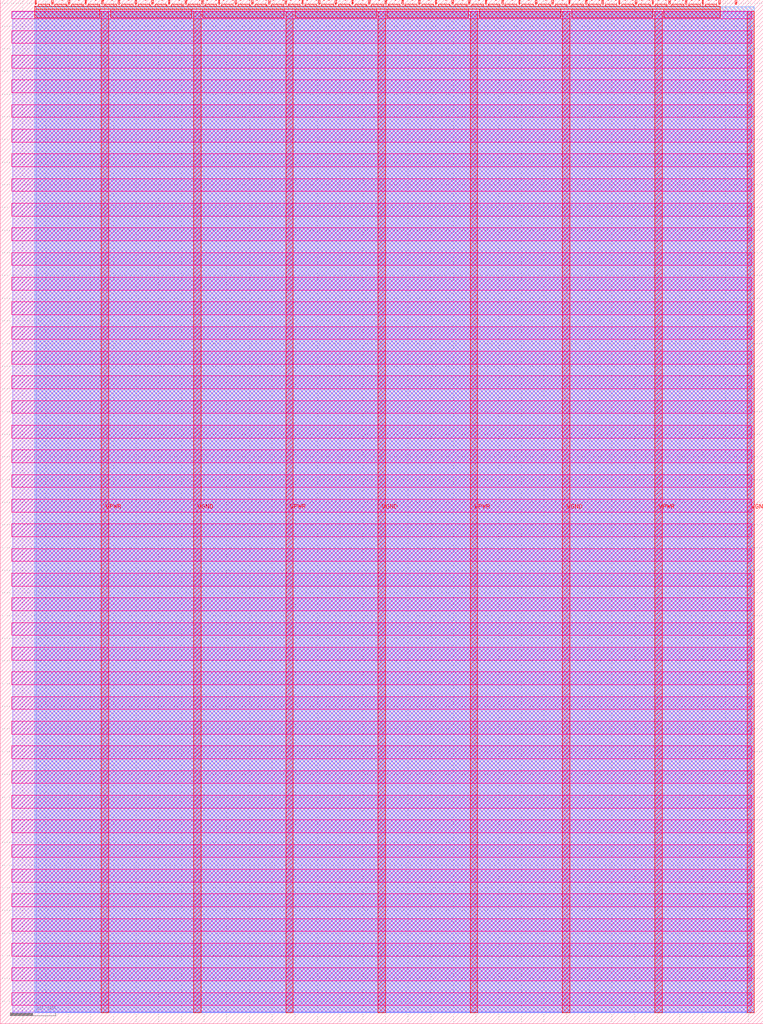
<source format=lef>
VERSION 5.7 ;
  NOWIREEXTENSIONATPIN ON ;
  DIVIDERCHAR "/" ;
  BUSBITCHARS "[]" ;
MACRO tt_um_wokwi_371425977920989185
  CLASS BLOCK ;
  FOREIGN tt_um_wokwi_371425977920989185 ;
  ORIGIN 0.000 0.000 ;
  SIZE 168.360 BY 225.760 ;
  PIN VGND
    DIRECTION INOUT ;
    USE GROUND ;
    PORT
      LAYER met4 ;
        RECT 42.670 2.480 44.270 223.280 ;
    END
    PORT
      LAYER met4 ;
        RECT 83.380 2.480 84.980 223.280 ;
    END
    PORT
      LAYER met4 ;
        RECT 124.090 2.480 125.690 223.280 ;
    END
    PORT
      LAYER met4 ;
        RECT 164.800 2.480 166.400 223.280 ;
    END
  END VGND
  PIN VPWR
    DIRECTION INOUT ;
    USE POWER ;
    PORT
      LAYER met4 ;
        RECT 22.315 2.480 23.915 223.280 ;
    END
    PORT
      LAYER met4 ;
        RECT 63.025 2.480 64.625 223.280 ;
    END
    PORT
      LAYER met4 ;
        RECT 103.735 2.480 105.335 223.280 ;
    END
    PORT
      LAYER met4 ;
        RECT 144.445 2.480 146.045 223.280 ;
    END
  END VPWR
  PIN clk
    DIRECTION INPUT ;
    USE SIGNAL ;
    ANTENNAGATEAREA 0.852000 ;
    PORT
      LAYER met4 ;
        RECT 158.550 224.760 158.850 225.760 ;
    END
  END clk
  PIN ena
    DIRECTION INPUT ;
    USE SIGNAL ;
    PORT
      LAYER met4 ;
        RECT 162.230 224.760 162.530 225.760 ;
    END
  END ena
  PIN rst_n
    DIRECTION INPUT ;
    USE SIGNAL ;
    PORT
      LAYER met4 ;
        RECT 154.870 224.760 155.170 225.760 ;
    END
  END rst_n
  PIN ui_in[0]
    DIRECTION INPUT ;
    USE SIGNAL ;
    PORT
      LAYER met4 ;
        RECT 151.190 224.760 151.490 225.760 ;
    END
  END ui_in[0]
  PIN ui_in[1]
    DIRECTION INPUT ;
    USE SIGNAL ;
    PORT
      LAYER met4 ;
        RECT 147.510 224.760 147.810 225.760 ;
    END
  END ui_in[1]
  PIN ui_in[2]
    DIRECTION INPUT ;
    USE SIGNAL ;
    PORT
      LAYER met4 ;
        RECT 143.830 224.760 144.130 225.760 ;
    END
  END ui_in[2]
  PIN ui_in[3]
    DIRECTION INPUT ;
    USE SIGNAL ;
    PORT
      LAYER met4 ;
        RECT 140.150 224.760 140.450 225.760 ;
    END
  END ui_in[3]
  PIN ui_in[4]
    DIRECTION INPUT ;
    USE SIGNAL ;
    ANTENNAGATEAREA 0.196500 ;
    PORT
      LAYER met4 ;
        RECT 136.470 224.760 136.770 225.760 ;
    END
  END ui_in[4]
  PIN ui_in[5]
    DIRECTION INPUT ;
    USE SIGNAL ;
    ANTENNAGATEAREA 0.159000 ;
    PORT
      LAYER met4 ;
        RECT 132.790 224.760 133.090 225.760 ;
    END
  END ui_in[5]
  PIN ui_in[6]
    DIRECTION INPUT ;
    USE SIGNAL ;
    ANTENNAGATEAREA 0.196500 ;
    PORT
      LAYER met4 ;
        RECT 129.110 224.760 129.410 225.760 ;
    END
  END ui_in[6]
  PIN ui_in[7]
    DIRECTION INPUT ;
    USE SIGNAL ;
    ANTENNAGATEAREA 0.213000 ;
    PORT
      LAYER met4 ;
        RECT 125.430 224.760 125.730 225.760 ;
    END
  END ui_in[7]
  PIN uio_in[0]
    DIRECTION INPUT ;
    USE SIGNAL ;
    PORT
      LAYER met4 ;
        RECT 121.750 224.760 122.050 225.760 ;
    END
  END uio_in[0]
  PIN uio_in[1]
    DIRECTION INPUT ;
    USE SIGNAL ;
    PORT
      LAYER met4 ;
        RECT 118.070 224.760 118.370 225.760 ;
    END
  END uio_in[1]
  PIN uio_in[2]
    DIRECTION INPUT ;
    USE SIGNAL ;
    PORT
      LAYER met4 ;
        RECT 114.390 224.760 114.690 225.760 ;
    END
  END uio_in[2]
  PIN uio_in[3]
    DIRECTION INPUT ;
    USE SIGNAL ;
    PORT
      LAYER met4 ;
        RECT 110.710 224.760 111.010 225.760 ;
    END
  END uio_in[3]
  PIN uio_in[4]
    DIRECTION INPUT ;
    USE SIGNAL ;
    PORT
      LAYER met4 ;
        RECT 107.030 224.760 107.330 225.760 ;
    END
  END uio_in[4]
  PIN uio_in[5]
    DIRECTION INPUT ;
    USE SIGNAL ;
    PORT
      LAYER met4 ;
        RECT 103.350 224.760 103.650 225.760 ;
    END
  END uio_in[5]
  PIN uio_in[6]
    DIRECTION INPUT ;
    USE SIGNAL ;
    PORT
      LAYER met4 ;
        RECT 99.670 224.760 99.970 225.760 ;
    END
  END uio_in[6]
  PIN uio_in[7]
    DIRECTION INPUT ;
    USE SIGNAL ;
    PORT
      LAYER met4 ;
        RECT 95.990 224.760 96.290 225.760 ;
    END
  END uio_in[7]
  PIN uio_oe[0]
    DIRECTION OUTPUT TRISTATE ;
    USE SIGNAL ;
    PORT
      LAYER met4 ;
        RECT 33.430 224.760 33.730 225.760 ;
    END
  END uio_oe[0]
  PIN uio_oe[1]
    DIRECTION OUTPUT TRISTATE ;
    USE SIGNAL ;
    PORT
      LAYER met4 ;
        RECT 29.750 224.760 30.050 225.760 ;
    END
  END uio_oe[1]
  PIN uio_oe[2]
    DIRECTION OUTPUT TRISTATE ;
    USE SIGNAL ;
    PORT
      LAYER met4 ;
        RECT 26.070 224.760 26.370 225.760 ;
    END
  END uio_oe[2]
  PIN uio_oe[3]
    DIRECTION OUTPUT TRISTATE ;
    USE SIGNAL ;
    PORT
      LAYER met4 ;
        RECT 22.390 224.760 22.690 225.760 ;
    END
  END uio_oe[3]
  PIN uio_oe[4]
    DIRECTION OUTPUT TRISTATE ;
    USE SIGNAL ;
    PORT
      LAYER met4 ;
        RECT 18.710 224.760 19.010 225.760 ;
    END
  END uio_oe[4]
  PIN uio_oe[5]
    DIRECTION OUTPUT TRISTATE ;
    USE SIGNAL ;
    PORT
      LAYER met4 ;
        RECT 15.030 224.760 15.330 225.760 ;
    END
  END uio_oe[5]
  PIN uio_oe[6]
    DIRECTION OUTPUT TRISTATE ;
    USE SIGNAL ;
    PORT
      LAYER met4 ;
        RECT 11.350 224.760 11.650 225.760 ;
    END
  END uio_oe[6]
  PIN uio_oe[7]
    DIRECTION OUTPUT TRISTATE ;
    USE SIGNAL ;
    PORT
      LAYER met4 ;
        RECT 7.670 224.760 7.970 225.760 ;
    END
  END uio_oe[7]
  PIN uio_out[0]
    DIRECTION OUTPUT TRISTATE ;
    USE SIGNAL ;
    PORT
      LAYER met4 ;
        RECT 62.870 224.760 63.170 225.760 ;
    END
  END uio_out[0]
  PIN uio_out[1]
    DIRECTION OUTPUT TRISTATE ;
    USE SIGNAL ;
    PORT
      LAYER met4 ;
        RECT 59.190 224.760 59.490 225.760 ;
    END
  END uio_out[1]
  PIN uio_out[2]
    DIRECTION OUTPUT TRISTATE ;
    USE SIGNAL ;
    PORT
      LAYER met4 ;
        RECT 55.510 224.760 55.810 225.760 ;
    END
  END uio_out[2]
  PIN uio_out[3]
    DIRECTION OUTPUT TRISTATE ;
    USE SIGNAL ;
    PORT
      LAYER met4 ;
        RECT 51.830 224.760 52.130 225.760 ;
    END
  END uio_out[3]
  PIN uio_out[4]
    DIRECTION OUTPUT TRISTATE ;
    USE SIGNAL ;
    PORT
      LAYER met4 ;
        RECT 48.150 224.760 48.450 225.760 ;
    END
  END uio_out[4]
  PIN uio_out[5]
    DIRECTION OUTPUT TRISTATE ;
    USE SIGNAL ;
    PORT
      LAYER met4 ;
        RECT 44.470 224.760 44.770 225.760 ;
    END
  END uio_out[5]
  PIN uio_out[6]
    DIRECTION OUTPUT TRISTATE ;
    USE SIGNAL ;
    PORT
      LAYER met4 ;
        RECT 40.790 224.760 41.090 225.760 ;
    END
  END uio_out[6]
  PIN uio_out[7]
    DIRECTION OUTPUT TRISTATE ;
    USE SIGNAL ;
    PORT
      LAYER met4 ;
        RECT 37.110 224.760 37.410 225.760 ;
    END
  END uio_out[7]
  PIN uo_out[0]
    DIRECTION OUTPUT TRISTATE ;
    USE SIGNAL ;
    ANTENNADIFFAREA 0.445500 ;
    PORT
      LAYER met4 ;
        RECT 92.310 224.760 92.610 225.760 ;
    END
  END uo_out[0]
  PIN uo_out[1]
    DIRECTION OUTPUT TRISTATE ;
    USE SIGNAL ;
    ANTENNADIFFAREA 0.795200 ;
    PORT
      LAYER met4 ;
        RECT 88.630 224.760 88.930 225.760 ;
    END
  END uo_out[1]
  PIN uo_out[2]
    DIRECTION OUTPUT TRISTATE ;
    USE SIGNAL ;
    ANTENNADIFFAREA 0.795200 ;
    PORT
      LAYER met4 ;
        RECT 84.950 224.760 85.250 225.760 ;
    END
  END uo_out[2]
  PIN uo_out[3]
    DIRECTION OUTPUT TRISTATE ;
    USE SIGNAL ;
    ANTENNADIFFAREA 0.795200 ;
    PORT
      LAYER met4 ;
        RECT 81.270 224.760 81.570 225.760 ;
    END
  END uo_out[3]
  PIN uo_out[4]
    DIRECTION OUTPUT TRISTATE ;
    USE SIGNAL ;
    ANTENNADIFFAREA 0.795200 ;
    PORT
      LAYER met4 ;
        RECT 77.590 224.760 77.890 225.760 ;
    END
  END uo_out[4]
  PIN uo_out[5]
    DIRECTION OUTPUT TRISTATE ;
    USE SIGNAL ;
    ANTENNADIFFAREA 0.795200 ;
    PORT
      LAYER met4 ;
        RECT 73.910 224.760 74.210 225.760 ;
    END
  END uo_out[5]
  PIN uo_out[6]
    DIRECTION OUTPUT TRISTATE ;
    USE SIGNAL ;
    ANTENNADIFFAREA 0.795200 ;
    PORT
      LAYER met4 ;
        RECT 70.230 224.760 70.530 225.760 ;
    END
  END uo_out[6]
  PIN uo_out[7]
    DIRECTION OUTPUT TRISTATE ;
    USE SIGNAL ;
    PORT
      LAYER met4 ;
        RECT 66.550 224.760 66.850 225.760 ;
    END
  END uo_out[7]
  OBS
      LAYER nwell ;
        RECT 2.570 221.625 165.790 223.230 ;
        RECT 2.570 216.185 165.790 219.015 ;
        RECT 2.570 210.745 165.790 213.575 ;
        RECT 2.570 205.305 165.790 208.135 ;
        RECT 2.570 199.865 165.790 202.695 ;
        RECT 2.570 194.425 165.790 197.255 ;
        RECT 2.570 188.985 165.790 191.815 ;
        RECT 2.570 183.545 165.790 186.375 ;
        RECT 2.570 178.105 165.790 180.935 ;
        RECT 2.570 172.665 165.790 175.495 ;
        RECT 2.570 167.225 165.790 170.055 ;
        RECT 2.570 161.785 165.790 164.615 ;
        RECT 2.570 156.345 165.790 159.175 ;
        RECT 2.570 150.905 165.790 153.735 ;
        RECT 2.570 145.465 165.790 148.295 ;
        RECT 2.570 140.025 165.790 142.855 ;
        RECT 2.570 134.585 165.790 137.415 ;
        RECT 2.570 129.145 165.790 131.975 ;
        RECT 2.570 123.705 165.790 126.535 ;
        RECT 2.570 118.265 165.790 121.095 ;
        RECT 2.570 112.825 165.790 115.655 ;
        RECT 2.570 107.385 165.790 110.215 ;
        RECT 2.570 101.945 165.790 104.775 ;
        RECT 2.570 96.505 165.790 99.335 ;
        RECT 2.570 91.065 165.790 93.895 ;
        RECT 2.570 85.625 165.790 88.455 ;
        RECT 2.570 80.185 165.790 83.015 ;
        RECT 2.570 74.745 165.790 77.575 ;
        RECT 2.570 69.305 165.790 72.135 ;
        RECT 2.570 63.865 165.790 66.695 ;
        RECT 2.570 58.425 165.790 61.255 ;
        RECT 2.570 52.985 165.790 55.815 ;
        RECT 2.570 47.545 165.790 50.375 ;
        RECT 2.570 42.105 165.790 44.935 ;
        RECT 2.570 36.665 165.790 39.495 ;
        RECT 2.570 31.225 165.790 34.055 ;
        RECT 2.570 25.785 165.790 28.615 ;
        RECT 2.570 20.345 165.790 23.175 ;
        RECT 2.570 14.905 165.790 17.735 ;
        RECT 2.570 9.465 165.790 12.295 ;
        RECT 2.570 4.025 165.790 6.855 ;
      LAYER li1 ;
        RECT 2.760 2.635 165.600 223.125 ;
      LAYER met1 ;
        RECT 2.760 2.480 166.400 223.280 ;
      LAYER met2 ;
        RECT 7.910 2.535 166.370 224.245 ;
      LAYER met3 ;
        RECT 7.630 2.555 166.390 224.225 ;
      LAYER met4 ;
        RECT 8.370 224.360 10.950 224.760 ;
        RECT 12.050 224.360 14.630 224.760 ;
        RECT 15.730 224.360 18.310 224.760 ;
        RECT 19.410 224.360 21.990 224.760 ;
        RECT 23.090 224.360 25.670 224.760 ;
        RECT 26.770 224.360 29.350 224.760 ;
        RECT 30.450 224.360 33.030 224.760 ;
        RECT 34.130 224.360 36.710 224.760 ;
        RECT 37.810 224.360 40.390 224.760 ;
        RECT 41.490 224.360 44.070 224.760 ;
        RECT 45.170 224.360 47.750 224.760 ;
        RECT 48.850 224.360 51.430 224.760 ;
        RECT 52.530 224.360 55.110 224.760 ;
        RECT 56.210 224.360 58.790 224.760 ;
        RECT 59.890 224.360 62.470 224.760 ;
        RECT 63.570 224.360 66.150 224.760 ;
        RECT 67.250 224.360 69.830 224.760 ;
        RECT 70.930 224.360 73.510 224.760 ;
        RECT 74.610 224.360 77.190 224.760 ;
        RECT 78.290 224.360 80.870 224.760 ;
        RECT 81.970 224.360 84.550 224.760 ;
        RECT 85.650 224.360 88.230 224.760 ;
        RECT 89.330 224.360 91.910 224.760 ;
        RECT 93.010 224.360 95.590 224.760 ;
        RECT 96.690 224.360 99.270 224.760 ;
        RECT 100.370 224.360 102.950 224.760 ;
        RECT 104.050 224.360 106.630 224.760 ;
        RECT 107.730 224.360 110.310 224.760 ;
        RECT 111.410 224.360 113.990 224.760 ;
        RECT 115.090 224.360 117.670 224.760 ;
        RECT 118.770 224.360 121.350 224.760 ;
        RECT 122.450 224.360 125.030 224.760 ;
        RECT 126.130 224.360 128.710 224.760 ;
        RECT 129.810 224.360 132.390 224.760 ;
        RECT 133.490 224.360 136.070 224.760 ;
        RECT 137.170 224.360 139.750 224.760 ;
        RECT 140.850 224.360 143.430 224.760 ;
        RECT 144.530 224.360 147.110 224.760 ;
        RECT 148.210 224.360 150.790 224.760 ;
        RECT 151.890 224.360 154.470 224.760 ;
        RECT 155.570 224.360 158.150 224.760 ;
        RECT 7.655 223.680 158.865 224.360 ;
        RECT 7.655 221.855 21.915 223.680 ;
        RECT 24.315 221.855 42.270 223.680 ;
        RECT 44.670 221.855 62.625 223.680 ;
        RECT 65.025 221.855 82.980 223.680 ;
        RECT 85.380 221.855 103.335 223.680 ;
        RECT 105.735 221.855 123.690 223.680 ;
        RECT 126.090 221.855 144.045 223.680 ;
        RECT 146.445 221.855 158.865 223.680 ;
  END
END tt_um_wokwi_371425977920989185
END LIBRARY


</source>
